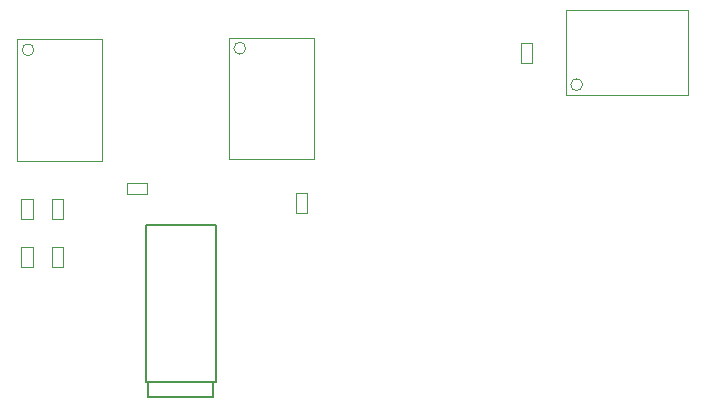
<source format=gbr>
G04 Layer_Color=16711935*
%FSLAX45Y45*%
%MOMM*%
%TF.FileFunction,Other,Mechanical_13*%
%TF.Part,Single*%
G01*
G75*
%TA.AperFunction,NonConductor*%
%ADD43C,0.12700*%
%ADD49C,0.10000*%
D43*
X3250001Y1660002D02*
X3275000D01*
X3825001D01*
X3850000D01*
X3250001D02*
Y2990002D01*
X3850000D01*
Y1660002D02*
Y2990002D01*
X3275000Y1540002D02*
Y1660002D01*
Y1540002D02*
X3825001D01*
Y1660002D01*
D49*
X4098000Y4488998D02*
G03*
X4098000Y4488998I-50000J0D01*
G01*
X6950000Y4180000D02*
G03*
X6950000Y4180000I-50000J0D01*
G01*
X2305000Y4475000D02*
G03*
X2305000Y4475000I-50000J0D01*
G01*
X2551501Y2640000D02*
Y2810002D01*
X2456500Y2640000D02*
Y2810002D01*
X2551501D01*
X2456500Y2640000D02*
X2551501D01*
X2293498Y3039999D02*
Y3210001D01*
X2198502Y3039999D02*
Y3210001D01*
X2293498D01*
X2198502Y3039999D02*
X2293498D01*
Y2640000D02*
Y2810002D01*
X2198502Y2640000D02*
Y2810002D01*
X2293498D01*
X2198502Y2640000D02*
X2293498D01*
X2551501Y3039999D02*
Y3210001D01*
X2456500Y3039999D02*
Y3210001D01*
X2551501D01*
X2456500Y3039999D02*
X2551501D01*
X3958001Y3549000D02*
X4677999D01*
X3958001Y4579000D02*
X4677999D01*
Y3549000D02*
Y4579000D01*
X3958001Y3549000D02*
Y4579000D01*
X4524502Y3090001D02*
Y3259999D01*
X4619503Y3090001D02*
Y3259999D01*
X4524502Y3090001D02*
X4619503D01*
X4524502Y3259999D02*
X4619503D01*
X6524498Y4360001D02*
Y4529999D01*
X6429497Y4360001D02*
Y4529999D01*
X6524498D01*
X6429497Y4360001D02*
X6524498D01*
X7840000Y4089999D02*
Y4809998D01*
X6809999Y4089999D02*
Y4809998D01*
X7840000D01*
X6809999Y4089999D02*
X7840000D01*
X3090001Y3349498D02*
X3260004D01*
X3090001Y3254502D02*
X3260004D01*
X3090001D02*
Y3349498D01*
X3260004Y3254502D02*
Y3349498D01*
X2164999Y3534999D02*
X2884998D01*
X2164999Y4565000D02*
X2884998D01*
Y3534999D02*
Y4565000D01*
X2164999Y3534999D02*
Y4565000D01*
%TF.MD5,b1478d8322bc14a82aa1cba7b574df96*%
M02*

</source>
